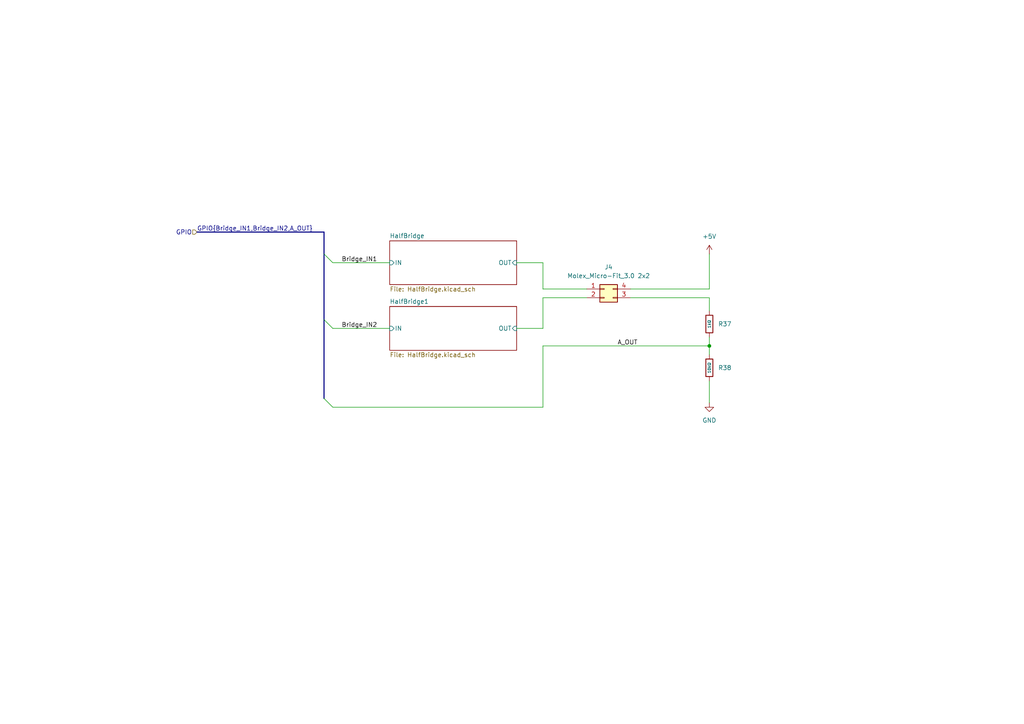
<source format=kicad_sch>
(kicad_sch (version 20250114) (generator "eeschema") (generator_version "9.0")
  (paper "A4")
  (lib_symbols
    (symbol "Connector_Generic:Conn_02x02_Counter_Clockwise" (pin_names (offset 1.016) (hide yes))
      (property "Reference" "J" (at 1.27 2.54 0))
      (property "Value" "Conn_02x02_Counter_Clockwise" (at 1.27 -5.08 0))
      (symbol "Conn_02x02_Counter_Clockwise_1_1"
        (rectangle (start -1.27 1.27) (end 3.81 -3.81) (stroke (width 0.254)) (fill (type background)))
        (rectangle (start -1.27 0.127) (end 0 -0.127) (stroke (width 0.1524)))
        (rectangle (start -1.27 -2.413) (end 0 -2.667) (stroke (width 0.1524)))
        (rectangle (start 3.81 0.127) (end 2.54 -0.127) (stroke (width 0.1524)))
        (rectangle (start 3.81 -2.413) (end 2.54 -2.667) (stroke (width 0.1524)))
        (pin passive line (at -5.08 0 0) (length 3.81) (name "Pin_1") (number "1"))
        (pin passive line (at -5.08 -2.54 0) (length 3.81) (name "Pin_2") (number "2"))
        (pin passive line (at 7.62 0 180) (length 3.81) (name "Pin_4") (number "4"))
        (pin passive line (at 7.62 -2.54 180) (length 3.81) (name "Pin_3") (number "3"))
      )
    )
    (symbol "PCM_JLCPCB-Resistors:0402,10kΩ" (pin_numbers (hide yes)) (pin_names (offset 0))
      (property "Reference" "R" (at 1.778 0 0))
      (property "Value" "10kΩ" (at 0 0 90))
      (symbol "0402,10kΩ_0_1"
        (rectangle (start -1.016 2.54) (end 1.016 -2.54) (stroke (width 0.254)))
      )
      (symbol "0402,10kΩ_1_1"
        (pin passive line (at 0 3.81 270) (length 1.27) (name "~") (number "1"))
        (pin passive line (at 0 -3.81 90) (length 1.27) (name "~") (number "2"))
      )
    )
    (symbol "PCM_JLCPCB-Resistors:0402,1kΩ" (pin_numbers (hide yes)) (pin_names (offset 0))
      (property "Reference" "R" (at 1.778 0 0))
      (property "Value" "1kΩ" (at 0 0 90))
      (symbol "0402,1kΩ_0_1"
        (rectangle (start -1.016 2.54) (end 1.016 -2.54) (stroke (width 0.254)))
      )
      (symbol "0402,1kΩ_1_1"
        (pin passive line (at 0 3.81 270) (length 1.27) (name "~") (number "1"))
        (pin passive line (at 0 -3.81 90) (length 1.27) (name "~") (number "2"))
      )
    )
    (symbol "power:+5V" (power) (pin_numbers (hide yes)) (pin_names (offset 0) (hide yes))
      (property "Value" "+5V" (at 0 3.556 0))
      (symbol "+5V_0_1"
        (polyline (pts (xy -0.762 1.27) (xy 0 2.54)))
        (polyline (pts (xy 0 2.54) (xy 0.762 1.27)))
        (polyline (pts (xy 0 0) (xy 0 2.54)))
      )
      (symbol "+5V_1_1"
        (pin power_in line (at 0 0 90) (length 0) (name "~") (number "1"))
      )
    )
    (symbol "power:GND" (power) (pin_numbers (hide yes)) (pin_names (offset 0) (hide yes))
      (property "Value" "GND" (at 0 -3.81 0))
      (symbol "GND_0_1"
        (polyline (pts (xy 0 0) (xy 0 -1.27) (xy 1.27 -1.27) (xy 0 -2.54) (xy -1.27 -1.27) (xy 0 -1.27)))
      )
      (symbol "GND_1_1"
        (pin power_in line (at 0 0 270) (length 0) (name "~") (number "1"))
      )
    )
  )
  (junction (at 205.74 100.33))
  (bus_entry (at 96.52 118.11) (size -2.54 -2.54))
  (bus_entry (at 96.52 95.25) (size -2.54 -2.54))
  (bus_entry (at 96.52 76.2) (size -2.54 -2.54))
  (wire (pts (xy 157.48 86.36) (xy 157.48 95.25)))
  (wire (pts (xy 157.48 100.33) (xy 157.48 118.11)))
  (wire (pts (xy 157.48 83.82) (xy 170.18 83.82)))
  (wire (pts (xy 157.48 100.33) (xy 205.74 100.33)))
  (wire (pts (xy 205.74 110.49) (xy 205.74 116.84)))
  (wire (pts (xy 96.52 76.2) (xy 113.03 76.2)))
  (wire (pts (xy 205.74 97.79) (xy 205.74 100.33)))
  (wire (pts (xy 170.18 86.36) (xy 157.48 86.36)))
  (bus (pts (xy 93.98 115.57) (xy 93.98 92.71)))
  (bus (pts (xy 93.98 73.66) (xy 93.98 67.31)))
  (wire (pts (xy 157.48 95.25) (xy 149.86 95.25)))
  (wire (pts (xy 182.88 83.82) (xy 205.74 83.82)))
  (wire (pts (xy 96.52 95.25) (xy 113.03 95.25)))
  (wire (pts (xy 157.48 76.2) (xy 157.48 83.82)))
  (bus (pts (xy 93.98 92.71) (xy 93.98 73.66)))
  (wire (pts (xy 205.74 86.36) (xy 205.74 90.17)))
  (wire (pts (xy 205.74 73.66) (xy 205.74 83.82)))
  (wire (pts (xy 96.52 118.11) (xy 157.48 118.11)))
  (wire (pts (xy 182.88 86.36) (xy 205.74 86.36)))
  (wire (pts (xy 149.86 76.2) (xy 157.48 76.2)))
  (bus (pts (xy 57.15 67.31) (xy 93.98 67.31)))
  (wire (pts (xy 205.74 100.33) (xy 205.74 102.87)))
  (label "Bridge_IN2" (at 99.06 95.25 0))
  (label "GPIO{Bridge_IN1,Bridge_IN2,A_OUT}" (at 57.15 67.31 0))
  (label "A_OUT" (at 179.07 100.33 0))
  (label "Bridge_IN1" (at 99.06 76.2 0))
  (hierarchical_label "GPIO" (shape input) (at 57.15 67.31 180))
  (symbol (lib_id "PCM_JLCPCB-Resistors:0402,10kΩ") (at 205.74 106.68 180) (unit 1)
    (property "Reference" "R2" (at 208.28 106.6799 0) (effects (justify right)))
    (property "Value" "10kΩ" (at 205.74 106.68 90) (effects (font (size 0.8 0.8))))
    (property "Footprint" "PCM_JLCPCB:R_0402" (effects (hide yes)))
    (property "Datasheet" "https://www.lcsc.com/datasheet/lcsc_datasheet_2411221126_UNI-ROYAL-Uniroyal-Elec-0402WGF1002TCE_C25744.pdf" (effects (hide yes)))
    (property "Description" "62.5mW Thick Film Resistors 50V ±100ppm/°C ±1% 10kΩ 0402 Chip Resistor - Surface Mount ROHS" (effects (hide yes)))
    (property "LCSC" "C25744" (effects (hide yes)))
    (property "Stock" "6144808" (effects (hide yes)))
    (property "Price" "0.004USD" (effects (hide yes)))
    (property "Process" "SMT" (effects (hide yes)))
    (property "Minimum Qty" "5" (effects (hide yes)))
    (property "Attrition Qty" "10" (effects (hide yes)))
    (property "Class" "Basic Component" (effects (hide yes)))
    (property "Category" "Resistors,Chip Resistor - Surface Mount" (effects (hide yes)))
    (property "Manufacturer" "UNI-ROYAL(Uniroyal Elec)" (effects (hide yes)))
    (property "Part" "0402WGF1002TCE" (effects (hide yes)))
    (property "Resistance" "10kΩ" (effects (hide yes)))
    (property "Power(Watts)" "62.5mW" (effects (hide yes)))
    (property "Type" "Thick Film Resistors" (effects (hide yes)))
    (property "Overload Voltage (Max)" "50V" (effects (hide yes)))
    (property "Operating Temperature Range" "-55°C~+155°C" (effects (hide yes)))
    (property "Tolerance" "±1%" (effects (hide yes)))
    (property "Temperature Coefficient" "±100ppm/°C" (effects (hide yes)))
    (instances (project "ModuCard-GPIO-AUX" (path "" (reference "R38") (unit 1)) (path "" (reference "R14") (unit 1)) (path "" (reference "R50") (unit 1)) (path "" (reference "R26") (unit 1)) (path "" (reference "R2") (unit 1))))
  )
  (symbol (lib_id "power:GND") (at 205.74 116.84 0) (unit 1)
    (property "Reference" "#PWR02" (effects (hide yes)))
    (property "Value" "GND" (at 205.74 121.92 0))
    (property "Description" "Power symbol creates a global label with name \"GND\" , ground" (effects (hide yes)))
    (instances (project "ModuCard-GPIO-AUX" (path "" (reference "#PWR062") (unit 1)) (path "" (reference "#PWR022") (unit 1)) (path "" (reference "#PWR082") (unit 1)) (path "" (reference "#PWR042") (unit 1)) (path "" (reference "#PWR02") (unit 1))))
  )
  (symbol (lib_id "PCM_JLCPCB-Resistors:0402,1kΩ") (at 205.74 93.98 0) (unit 1)
    (property "Reference" "R1" (at 208.28 93.9799 0) (effects (justify left)))
    (property "Value" "1kΩ" (at 205.74 93.98 90) (effects (font (size 0.8 0.8))))
    (property "Footprint" "PCM_JLCPCB:R_0402" (effects (hide yes)))
    (property "Datasheet" "https://www.lcsc.com/datasheet/lcsc_datasheet_2206010216_UNI-ROYAL-Uniroyal-Elec-0402WGF1001TCE_C11702.pdf" (effects (hide yes)))
    (property "Description" "62.5mW Thick Film Resistors 50V ±100ppm/°C ±1% 1kΩ 0402 Chip Resistor - Surface Mount ROHS" (effects (hide yes)))
    (property "LCSC" "C11702" (effects (hide yes)))
    (property "Stock" "6889074" (effects (hide yes)))
    (property "Price" "0.004USD" (effects (hide yes)))
    (property "Process" "SMT" (effects (hide yes)))
    (property "Minimum Qty" "20" (effects (hide yes)))
    (property "Attrition Qty" "10" (effects (hide yes)))
    (property "Class" "Basic Component" (effects (hide yes)))
    (property "Category" "Resistors,Chip Resistor - Surface Mount" (effects (hide yes)))
    (property "Manufacturer" "UNI-ROYAL(Uniroyal Elec)" (effects (hide yes)))
    (property "Part" "0402WGF1001TCE" (effects (hide yes)))
    (property "Resistance" "1kΩ" (effects (hide yes)))
    (property "Power(Watts)" "62.5mW" (effects (hide yes)))
    (property "Type" "Thick Film Resistors" (effects (hide yes)))
    (property "Overload Voltage (Max)" "50V" (effects (hide yes)))
    (property "Operating Temperature Range" "-55°C~+155°C" (effects (hide yes)))
    (property "Tolerance" "±1%" (effects (hide yes)))
    (property "Temperature Coefficient" "±100ppm/°C" (effects (hide yes)))
    (instances (project "ModuCard-GPIO-AUX" (path "" (reference "R37") (unit 1)) (path "" (reference "R13") (unit 1)) (path "" (reference "R49") (unit 1)) (path "" (reference "R25") (unit 1)) (path "" (reference "R1") (unit 1))))
  )
  (symbol (lib_id "power:+5V") (at 205.74 73.66 0) (unit 1)
    (property "Reference" "#PWR01" (effects (hide yes)))
    (property "Value" "+5V" (at 205.74 68.58 0))
    (property "Description" "Power symbol creates a global label with name \"+5V\"" (effects (hide yes)))
    (instances (project "ModuCard-GPIO-AUX" (path "" (reference "#PWR061") (unit 1)) (path "" (reference "#PWR021") (unit 1)) (path "" (reference "#PWR081") (unit 1)) (path "" (reference "#PWR041") (unit 1)) (path "" (reference "#PWR01") (unit 1))))
  )
  (symbol (lib_id "Connector_Generic:Conn_02x02_Counter_Clockwise") (at 175.26 83.82 0) (unit 1)
    (property "Reference" "J1" (at 176.53 77.47 0))
    (property "Value" "Molex_Micro-Fit_3.0 2x2" (at 176.53 80.01 0))
    (property "Footprint" "Molex_Micro-Fit_3.0_43045-0400_2x02_P3.00mm_Horizontal" (effects (hide yes)))
    (property "Description" "Generic connector, double row, 02x02, counter clockwise pin numbering scheme (similar to DIP package numbering), script generated (kicad-library-utils/schlib/autogen/connector/)" (effects (hide yes)))
    (property "MPN" "43045-0400" (effects (hide yes)))
    (instances (project "ModuCard-GPIO-AUX" (path "" (reference "J4") (unit 1)) (path "" (reference "J2") (unit 1)) (path "" (reference "J5") (unit 1)) (path "" (reference "J3") (unit 1)) (path "" (reference "J1") (unit 1))))
  )
  (sheet (at 113.03 69.85) (size 36.83 12.7) (stroke (width 0.1524))
    (property "Sheetname" "HalfBridge" (at 113.03 69.1384 0) (effects (justify left bottom)))
    (property "Sheetfile" "HalfBridge.kicad_sch" (at 113.03 83.1346 0) (effects (justify left top)))
    (pin "OUT" input (at 149.86 76.2 0))
    (pin "IN" input (at 113.03 76.2 180))
  )
  (sheet (at 113.03 88.9) (size 36.83 12.7) (stroke (width 0.1524))
    (property "Sheetname" "HalfBridge1" (at 113.03 88.1884 0) (effects (justify left bottom)))
    (property "Sheetfile" "HalfBridge.kicad_sch" (at 113.03 102.1846 0) (effects (justify left top)))
    (pin "OUT" input (at 149.86 95.25 0))
    (pin "IN" input (at 113.03 95.25 180))
  )
)
</source>
